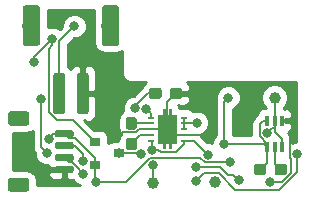
<source format=gbr>
G04 #@! TF.GenerationSoftware,KiCad,Pcbnew,(5.0.0-rc2-200-g1f6f76beb)*
G04 #@! TF.CreationDate,2020-02-24T22:29:59-05:00*
G04 #@! TF.ProjectId,watch-power,77617463682D706F7765722E6B696361,rev?*
G04 #@! TF.SameCoordinates,Original*
G04 #@! TF.FileFunction,Copper,L2,Bot,Signal*
G04 #@! TF.FilePolarity,Positive*
%FSLAX46Y46*%
G04 Gerber Fmt 4.6, Leading zero omitted, Abs format (unit mm)*
G04 Created by KiCad (PCBNEW (5.0.0-rc2-200-g1f6f76beb)) date Mon Feb 24 22:29:59 2020*
%MOMM*%
%LPD*%
G01*
G04 APERTURE LIST*
G04 #@! TA.AperFunction,Conductor*
%ADD10C,0.100000*%
G04 #@! TD*
G04 #@! TA.AperFunction,SMDPad,CuDef*
%ADD11C,0.950000*%
G04 #@! TD*
G04 #@! TA.AperFunction,SMDPad,CuDef*
%ADD12R,0.900000X0.800000*%
G04 #@! TD*
G04 #@! TA.AperFunction,SMDPad,CuDef*
%ADD13C,0.600000*%
G04 #@! TD*
G04 #@! TA.AperFunction,SMDPad,CuDef*
%ADD14C,1.200000*%
G04 #@! TD*
G04 #@! TA.AperFunction,BGAPad,CuDef*
%ADD15C,1.000000*%
G04 #@! TD*
G04 #@! TA.AperFunction,SMDPad,CuDef*
%ADD16R,0.600000X0.240000*%
G04 #@! TD*
G04 #@! TA.AperFunction,SMDPad,CuDef*
%ADD17C,1.650000*%
G04 #@! TD*
G04 #@! TA.AperFunction,ViaPad*
%ADD18C,0.500000*%
G04 #@! TD*
G04 #@! TA.AperFunction,SMDPad,CuDef*
%ADD19R,0.400000X0.900000*%
G04 #@! TD*
G04 #@! TA.AperFunction,SMDPad,CuDef*
%ADD20C,1.000000*%
G04 #@! TD*
G04 #@! TA.AperFunction,SMDPad,CuDef*
%ADD21C,1.500000*%
G04 #@! TD*
G04 #@! TA.AperFunction,ViaPad*
%ADD22C,0.800000*%
G04 #@! TD*
G04 #@! TA.AperFunction,Conductor*
%ADD23C,0.150000*%
G04 #@! TD*
G04 #@! TA.AperFunction,Conductor*
%ADD24C,0.254000*%
G04 #@! TD*
G04 APERTURE END LIST*
D10*
G04 #@! TO.N,+3V3*
G04 #@! TO.C,C3*
G36*
X84181579Y-72322544D02*
X84204634Y-72325963D01*
X84227243Y-72331627D01*
X84249187Y-72339479D01*
X84270257Y-72349444D01*
X84290248Y-72361426D01*
X84308968Y-72375310D01*
X84326238Y-72390962D01*
X84341890Y-72408232D01*
X84355774Y-72426952D01*
X84367756Y-72446943D01*
X84377721Y-72468013D01*
X84385573Y-72489957D01*
X84391237Y-72512566D01*
X84394656Y-72535621D01*
X84395800Y-72558900D01*
X84395800Y-73033900D01*
X84394656Y-73057179D01*
X84391237Y-73080234D01*
X84385573Y-73102843D01*
X84377721Y-73124787D01*
X84367756Y-73145857D01*
X84355774Y-73165848D01*
X84341890Y-73184568D01*
X84326238Y-73201838D01*
X84308968Y-73217490D01*
X84290248Y-73231374D01*
X84270257Y-73243356D01*
X84249187Y-73253321D01*
X84227243Y-73261173D01*
X84204634Y-73266837D01*
X84181579Y-73270256D01*
X84158300Y-73271400D01*
X83583300Y-73271400D01*
X83560021Y-73270256D01*
X83536966Y-73266837D01*
X83514357Y-73261173D01*
X83492413Y-73253321D01*
X83471343Y-73243356D01*
X83451352Y-73231374D01*
X83432632Y-73217490D01*
X83415362Y-73201838D01*
X83399710Y-73184568D01*
X83385826Y-73165848D01*
X83373844Y-73145857D01*
X83363879Y-73124787D01*
X83356027Y-73102843D01*
X83350363Y-73080234D01*
X83346944Y-73057179D01*
X83345800Y-73033900D01*
X83345800Y-72558900D01*
X83346944Y-72535621D01*
X83350363Y-72512566D01*
X83356027Y-72489957D01*
X83363879Y-72468013D01*
X83373844Y-72446943D01*
X83385826Y-72426952D01*
X83399710Y-72408232D01*
X83415362Y-72390962D01*
X83432632Y-72375310D01*
X83451352Y-72361426D01*
X83471343Y-72349444D01*
X83492413Y-72339479D01*
X83514357Y-72331627D01*
X83536966Y-72325963D01*
X83560021Y-72322544D01*
X83583300Y-72321400D01*
X84158300Y-72321400D01*
X84181579Y-72322544D01*
X84181579Y-72322544D01*
G37*
D11*
G04 #@! TD*
G04 #@! TO.P,C3,1*
G04 #@! TO.N,+3V3*
X83870800Y-72796400D03*
D10*
G04 #@! TO.N,GND*
G04 #@! TO.C,C3*
G36*
X85931579Y-72322544D02*
X85954634Y-72325963D01*
X85977243Y-72331627D01*
X85999187Y-72339479D01*
X86020257Y-72349444D01*
X86040248Y-72361426D01*
X86058968Y-72375310D01*
X86076238Y-72390962D01*
X86091890Y-72408232D01*
X86105774Y-72426952D01*
X86117756Y-72446943D01*
X86127721Y-72468013D01*
X86135573Y-72489957D01*
X86141237Y-72512566D01*
X86144656Y-72535621D01*
X86145800Y-72558900D01*
X86145800Y-73033900D01*
X86144656Y-73057179D01*
X86141237Y-73080234D01*
X86135573Y-73102843D01*
X86127721Y-73124787D01*
X86117756Y-73145857D01*
X86105774Y-73165848D01*
X86091890Y-73184568D01*
X86076238Y-73201838D01*
X86058968Y-73217490D01*
X86040248Y-73231374D01*
X86020257Y-73243356D01*
X85999187Y-73253321D01*
X85977243Y-73261173D01*
X85954634Y-73266837D01*
X85931579Y-73270256D01*
X85908300Y-73271400D01*
X85333300Y-73271400D01*
X85310021Y-73270256D01*
X85286966Y-73266837D01*
X85264357Y-73261173D01*
X85242413Y-73253321D01*
X85221343Y-73243356D01*
X85201352Y-73231374D01*
X85182632Y-73217490D01*
X85165362Y-73201838D01*
X85149710Y-73184568D01*
X85135826Y-73165848D01*
X85123844Y-73145857D01*
X85113879Y-73124787D01*
X85106027Y-73102843D01*
X85100363Y-73080234D01*
X85096944Y-73057179D01*
X85095800Y-73033900D01*
X85095800Y-72558900D01*
X85096944Y-72535621D01*
X85100363Y-72512566D01*
X85106027Y-72489957D01*
X85113879Y-72468013D01*
X85123844Y-72446943D01*
X85135826Y-72426952D01*
X85149710Y-72408232D01*
X85165362Y-72390962D01*
X85182632Y-72375310D01*
X85201352Y-72361426D01*
X85221343Y-72349444D01*
X85242413Y-72339479D01*
X85264357Y-72331627D01*
X85286966Y-72325963D01*
X85310021Y-72322544D01*
X85333300Y-72321400D01*
X85908300Y-72321400D01*
X85931579Y-72322544D01*
X85931579Y-72322544D01*
G37*
D11*
G04 #@! TD*
G04 #@! TO.P,C3,2*
G04 #@! TO.N,GND*
X85620800Y-72796400D03*
D12*
G04 #@! TO.P,D1,1*
G04 #@! TO.N,VBUS*
X78772000Y-78826400D03*
G04 #@! TO.P,D1,2*
G04 #@! TO.N,BATTPOW*
X78772000Y-76926400D03*
G04 #@! TO.P,D1,3*
G04 #@! TO.N,VIN*
X80772000Y-77876400D03*
G04 #@! TD*
D10*
G04 #@! TO.N,GND*
G04 #@! TO.C,J1*
G36*
X76807703Y-78924722D02*
X76822264Y-78926882D01*
X76836543Y-78930459D01*
X76850403Y-78935418D01*
X76863710Y-78941712D01*
X76876336Y-78949280D01*
X76888159Y-78958048D01*
X76899066Y-78967934D01*
X76908952Y-78978841D01*
X76917720Y-78990664D01*
X76925288Y-79003290D01*
X76931582Y-79016597D01*
X76936541Y-79030457D01*
X76940118Y-79044736D01*
X76942278Y-79059297D01*
X76943000Y-79074000D01*
X76943000Y-79374000D01*
X76942278Y-79388703D01*
X76940118Y-79403264D01*
X76936541Y-79417543D01*
X76931582Y-79431403D01*
X76925288Y-79444710D01*
X76917720Y-79457336D01*
X76908952Y-79469159D01*
X76899066Y-79480066D01*
X76888159Y-79489952D01*
X76876336Y-79498720D01*
X76863710Y-79506288D01*
X76850403Y-79512582D01*
X76836543Y-79517541D01*
X76822264Y-79521118D01*
X76807703Y-79523278D01*
X76793000Y-79524000D01*
X75543000Y-79524000D01*
X75528297Y-79523278D01*
X75513736Y-79521118D01*
X75499457Y-79517541D01*
X75485597Y-79512582D01*
X75472290Y-79506288D01*
X75459664Y-79498720D01*
X75447841Y-79489952D01*
X75436934Y-79480066D01*
X75427048Y-79469159D01*
X75418280Y-79457336D01*
X75410712Y-79444710D01*
X75404418Y-79431403D01*
X75399459Y-79417543D01*
X75395882Y-79403264D01*
X75393722Y-79388703D01*
X75393000Y-79374000D01*
X75393000Y-79074000D01*
X75393722Y-79059297D01*
X75395882Y-79044736D01*
X75399459Y-79030457D01*
X75404418Y-79016597D01*
X75410712Y-79003290D01*
X75418280Y-78990664D01*
X75427048Y-78978841D01*
X75436934Y-78967934D01*
X75447841Y-78958048D01*
X75459664Y-78949280D01*
X75472290Y-78941712D01*
X75485597Y-78935418D01*
X75499457Y-78930459D01*
X75513736Y-78926882D01*
X75528297Y-78924722D01*
X75543000Y-78924000D01*
X76793000Y-78924000D01*
X76807703Y-78924722D01*
X76807703Y-78924722D01*
G37*
D13*
G04 #@! TD*
G04 #@! TO.P,J1,1*
G04 #@! TO.N,GND*
X76168000Y-79224000D03*
D10*
G04 #@! TO.N,USB_DP*
G04 #@! TO.C,J1*
G36*
X76807703Y-77924722D02*
X76822264Y-77926882D01*
X76836543Y-77930459D01*
X76850403Y-77935418D01*
X76863710Y-77941712D01*
X76876336Y-77949280D01*
X76888159Y-77958048D01*
X76899066Y-77967934D01*
X76908952Y-77978841D01*
X76917720Y-77990664D01*
X76925288Y-78003290D01*
X76931582Y-78016597D01*
X76936541Y-78030457D01*
X76940118Y-78044736D01*
X76942278Y-78059297D01*
X76943000Y-78074000D01*
X76943000Y-78374000D01*
X76942278Y-78388703D01*
X76940118Y-78403264D01*
X76936541Y-78417543D01*
X76931582Y-78431403D01*
X76925288Y-78444710D01*
X76917720Y-78457336D01*
X76908952Y-78469159D01*
X76899066Y-78480066D01*
X76888159Y-78489952D01*
X76876336Y-78498720D01*
X76863710Y-78506288D01*
X76850403Y-78512582D01*
X76836543Y-78517541D01*
X76822264Y-78521118D01*
X76807703Y-78523278D01*
X76793000Y-78524000D01*
X75543000Y-78524000D01*
X75528297Y-78523278D01*
X75513736Y-78521118D01*
X75499457Y-78517541D01*
X75485597Y-78512582D01*
X75472290Y-78506288D01*
X75459664Y-78498720D01*
X75447841Y-78489952D01*
X75436934Y-78480066D01*
X75427048Y-78469159D01*
X75418280Y-78457336D01*
X75410712Y-78444710D01*
X75404418Y-78431403D01*
X75399459Y-78417543D01*
X75395882Y-78403264D01*
X75393722Y-78388703D01*
X75393000Y-78374000D01*
X75393000Y-78074000D01*
X75393722Y-78059297D01*
X75395882Y-78044736D01*
X75399459Y-78030457D01*
X75404418Y-78016597D01*
X75410712Y-78003290D01*
X75418280Y-77990664D01*
X75427048Y-77978841D01*
X75436934Y-77967934D01*
X75447841Y-77958048D01*
X75459664Y-77949280D01*
X75472290Y-77941712D01*
X75485597Y-77935418D01*
X75499457Y-77930459D01*
X75513736Y-77926882D01*
X75528297Y-77924722D01*
X75543000Y-77924000D01*
X76793000Y-77924000D01*
X76807703Y-77924722D01*
X76807703Y-77924722D01*
G37*
D13*
G04 #@! TD*
G04 #@! TO.P,J1,2*
G04 #@! TO.N,USB_DP*
X76168000Y-78224000D03*
D10*
G04 #@! TO.N,USB_DN*
G04 #@! TO.C,J1*
G36*
X76807703Y-76924722D02*
X76822264Y-76926882D01*
X76836543Y-76930459D01*
X76850403Y-76935418D01*
X76863710Y-76941712D01*
X76876336Y-76949280D01*
X76888159Y-76958048D01*
X76899066Y-76967934D01*
X76908952Y-76978841D01*
X76917720Y-76990664D01*
X76925288Y-77003290D01*
X76931582Y-77016597D01*
X76936541Y-77030457D01*
X76940118Y-77044736D01*
X76942278Y-77059297D01*
X76943000Y-77074000D01*
X76943000Y-77374000D01*
X76942278Y-77388703D01*
X76940118Y-77403264D01*
X76936541Y-77417543D01*
X76931582Y-77431403D01*
X76925288Y-77444710D01*
X76917720Y-77457336D01*
X76908952Y-77469159D01*
X76899066Y-77480066D01*
X76888159Y-77489952D01*
X76876336Y-77498720D01*
X76863710Y-77506288D01*
X76850403Y-77512582D01*
X76836543Y-77517541D01*
X76822264Y-77521118D01*
X76807703Y-77523278D01*
X76793000Y-77524000D01*
X75543000Y-77524000D01*
X75528297Y-77523278D01*
X75513736Y-77521118D01*
X75499457Y-77517541D01*
X75485597Y-77512582D01*
X75472290Y-77506288D01*
X75459664Y-77498720D01*
X75447841Y-77489952D01*
X75436934Y-77480066D01*
X75427048Y-77469159D01*
X75418280Y-77457336D01*
X75410712Y-77444710D01*
X75404418Y-77431403D01*
X75399459Y-77417543D01*
X75395882Y-77403264D01*
X75393722Y-77388703D01*
X75393000Y-77374000D01*
X75393000Y-77074000D01*
X75393722Y-77059297D01*
X75395882Y-77044736D01*
X75399459Y-77030457D01*
X75404418Y-77016597D01*
X75410712Y-77003290D01*
X75418280Y-76990664D01*
X75427048Y-76978841D01*
X75436934Y-76967934D01*
X75447841Y-76958048D01*
X75459664Y-76949280D01*
X75472290Y-76941712D01*
X75485597Y-76935418D01*
X75499457Y-76930459D01*
X75513736Y-76926882D01*
X75528297Y-76924722D01*
X75543000Y-76924000D01*
X76793000Y-76924000D01*
X76807703Y-76924722D01*
X76807703Y-76924722D01*
G37*
D13*
G04 #@! TD*
G04 #@! TO.P,J1,3*
G04 #@! TO.N,USB_DN*
X76168000Y-77224000D03*
D10*
G04 #@! TO.N,VBUS*
G04 #@! TO.C,J1*
G36*
X76807703Y-75924722D02*
X76822264Y-75926882D01*
X76836543Y-75930459D01*
X76850403Y-75935418D01*
X76863710Y-75941712D01*
X76876336Y-75949280D01*
X76888159Y-75958048D01*
X76899066Y-75967934D01*
X76908952Y-75978841D01*
X76917720Y-75990664D01*
X76925288Y-76003290D01*
X76931582Y-76016597D01*
X76936541Y-76030457D01*
X76940118Y-76044736D01*
X76942278Y-76059297D01*
X76943000Y-76074000D01*
X76943000Y-76374000D01*
X76942278Y-76388703D01*
X76940118Y-76403264D01*
X76936541Y-76417543D01*
X76931582Y-76431403D01*
X76925288Y-76444710D01*
X76917720Y-76457336D01*
X76908952Y-76469159D01*
X76899066Y-76480066D01*
X76888159Y-76489952D01*
X76876336Y-76498720D01*
X76863710Y-76506288D01*
X76850403Y-76512582D01*
X76836543Y-76517541D01*
X76822264Y-76521118D01*
X76807703Y-76523278D01*
X76793000Y-76524000D01*
X75543000Y-76524000D01*
X75528297Y-76523278D01*
X75513736Y-76521118D01*
X75499457Y-76517541D01*
X75485597Y-76512582D01*
X75472290Y-76506288D01*
X75459664Y-76498720D01*
X75447841Y-76489952D01*
X75436934Y-76480066D01*
X75427048Y-76469159D01*
X75418280Y-76457336D01*
X75410712Y-76444710D01*
X75404418Y-76431403D01*
X75399459Y-76417543D01*
X75395882Y-76403264D01*
X75393722Y-76388703D01*
X75393000Y-76374000D01*
X75393000Y-76074000D01*
X75393722Y-76059297D01*
X75395882Y-76044736D01*
X75399459Y-76030457D01*
X75404418Y-76016597D01*
X75410712Y-76003290D01*
X75418280Y-75990664D01*
X75427048Y-75978841D01*
X75436934Y-75967934D01*
X75447841Y-75958048D01*
X75459664Y-75949280D01*
X75472290Y-75941712D01*
X75485597Y-75935418D01*
X75499457Y-75930459D01*
X75513736Y-75926882D01*
X75528297Y-75924722D01*
X75543000Y-75924000D01*
X76793000Y-75924000D01*
X76807703Y-75924722D01*
X76807703Y-75924722D01*
G37*
D13*
G04 #@! TD*
G04 #@! TO.P,J1,4*
G04 #@! TO.N,VBUS*
X76168000Y-76224000D03*
D10*
G04 #@! TO.N,N/C*
G04 #@! TO.C,J1*
G36*
X72967505Y-79925204D02*
X72991773Y-79928804D01*
X73015572Y-79934765D01*
X73038671Y-79943030D01*
X73060850Y-79953520D01*
X73081893Y-79966132D01*
X73101599Y-79980747D01*
X73119777Y-79997223D01*
X73136253Y-80015401D01*
X73150868Y-80035107D01*
X73163480Y-80056150D01*
X73173970Y-80078329D01*
X73182235Y-80101428D01*
X73188196Y-80125227D01*
X73191796Y-80149495D01*
X73193000Y-80173999D01*
X73193000Y-80874001D01*
X73191796Y-80898505D01*
X73188196Y-80922773D01*
X73182235Y-80946572D01*
X73173970Y-80969671D01*
X73163480Y-80991850D01*
X73150868Y-81012893D01*
X73136253Y-81032599D01*
X73119777Y-81050777D01*
X73101599Y-81067253D01*
X73081893Y-81081868D01*
X73060850Y-81094480D01*
X73038671Y-81104970D01*
X73015572Y-81113235D01*
X72991773Y-81119196D01*
X72967505Y-81122796D01*
X72943001Y-81124000D01*
X71642999Y-81124000D01*
X71618495Y-81122796D01*
X71594227Y-81119196D01*
X71570428Y-81113235D01*
X71547329Y-81104970D01*
X71525150Y-81094480D01*
X71504107Y-81081868D01*
X71484401Y-81067253D01*
X71466223Y-81050777D01*
X71449747Y-81032599D01*
X71435132Y-81012893D01*
X71422520Y-80991850D01*
X71412030Y-80969671D01*
X71403765Y-80946572D01*
X71397804Y-80922773D01*
X71394204Y-80898505D01*
X71393000Y-80874001D01*
X71393000Y-80173999D01*
X71394204Y-80149495D01*
X71397804Y-80125227D01*
X71403765Y-80101428D01*
X71412030Y-80078329D01*
X71422520Y-80056150D01*
X71435132Y-80035107D01*
X71449747Y-80015401D01*
X71466223Y-79997223D01*
X71484401Y-79980747D01*
X71504107Y-79966132D01*
X71525150Y-79953520D01*
X71547329Y-79943030D01*
X71570428Y-79934765D01*
X71594227Y-79928804D01*
X71618495Y-79925204D01*
X71642999Y-79924000D01*
X72943001Y-79924000D01*
X72967505Y-79925204D01*
X72967505Y-79925204D01*
G37*
D14*
G04 #@! TD*
G04 #@! TO.P,J1,MP*
G04 #@! TO.N,N/C*
X72293000Y-80524000D03*
D10*
G04 #@! TO.N,N/C*
G04 #@! TO.C,J1*
G36*
X72967505Y-74325204D02*
X72991773Y-74328804D01*
X73015572Y-74334765D01*
X73038671Y-74343030D01*
X73060850Y-74353520D01*
X73081893Y-74366132D01*
X73101599Y-74380747D01*
X73119777Y-74397223D01*
X73136253Y-74415401D01*
X73150868Y-74435107D01*
X73163480Y-74456150D01*
X73173970Y-74478329D01*
X73182235Y-74501428D01*
X73188196Y-74525227D01*
X73191796Y-74549495D01*
X73193000Y-74573999D01*
X73193000Y-75274001D01*
X73191796Y-75298505D01*
X73188196Y-75322773D01*
X73182235Y-75346572D01*
X73173970Y-75369671D01*
X73163480Y-75391850D01*
X73150868Y-75412893D01*
X73136253Y-75432599D01*
X73119777Y-75450777D01*
X73101599Y-75467253D01*
X73081893Y-75481868D01*
X73060850Y-75494480D01*
X73038671Y-75504970D01*
X73015572Y-75513235D01*
X72991773Y-75519196D01*
X72967505Y-75522796D01*
X72943001Y-75524000D01*
X71642999Y-75524000D01*
X71618495Y-75522796D01*
X71594227Y-75519196D01*
X71570428Y-75513235D01*
X71547329Y-75504970D01*
X71525150Y-75494480D01*
X71504107Y-75481868D01*
X71484401Y-75467253D01*
X71466223Y-75450777D01*
X71449747Y-75432599D01*
X71435132Y-75412893D01*
X71422520Y-75391850D01*
X71412030Y-75369671D01*
X71403765Y-75346572D01*
X71397804Y-75322773D01*
X71394204Y-75298505D01*
X71393000Y-75274001D01*
X71393000Y-74573999D01*
X71394204Y-74549495D01*
X71397804Y-74525227D01*
X71403765Y-74501428D01*
X71412030Y-74478329D01*
X71422520Y-74456150D01*
X71435132Y-74435107D01*
X71449747Y-74415401D01*
X71466223Y-74397223D01*
X71484401Y-74380747D01*
X71504107Y-74366132D01*
X71525150Y-74353520D01*
X71547329Y-74343030D01*
X71570428Y-74334765D01*
X71594227Y-74328804D01*
X71618495Y-74325204D01*
X71642999Y-74324000D01*
X72943001Y-74324000D01*
X72967505Y-74325204D01*
X72967505Y-74325204D01*
G37*
D14*
G04 #@! TD*
G04 #@! TO.P,J1,MP*
G04 #@! TO.N,N/C*
X72293000Y-74924000D03*
D10*
G04 #@! TO.N,Net-(L1-Pad1)*
G04 #@! TO.C,L1*
G36*
X82099579Y-74812544D02*
X82122634Y-74815963D01*
X82145243Y-74821627D01*
X82167187Y-74829479D01*
X82188257Y-74839444D01*
X82208248Y-74851426D01*
X82226968Y-74865310D01*
X82244238Y-74880962D01*
X82259890Y-74898232D01*
X82273774Y-74916952D01*
X82285756Y-74936943D01*
X82295721Y-74958013D01*
X82303573Y-74979957D01*
X82309237Y-75002566D01*
X82312656Y-75025621D01*
X82313800Y-75048900D01*
X82313800Y-75623900D01*
X82312656Y-75647179D01*
X82309237Y-75670234D01*
X82303573Y-75692843D01*
X82295721Y-75714787D01*
X82285756Y-75735857D01*
X82273774Y-75755848D01*
X82259890Y-75774568D01*
X82244238Y-75791838D01*
X82226968Y-75807490D01*
X82208248Y-75821374D01*
X82188257Y-75833356D01*
X82167187Y-75843321D01*
X82145243Y-75851173D01*
X82122634Y-75856837D01*
X82099579Y-75860256D01*
X82076300Y-75861400D01*
X81601300Y-75861400D01*
X81578021Y-75860256D01*
X81554966Y-75856837D01*
X81532357Y-75851173D01*
X81510413Y-75843321D01*
X81489343Y-75833356D01*
X81469352Y-75821374D01*
X81450632Y-75807490D01*
X81433362Y-75791838D01*
X81417710Y-75774568D01*
X81403826Y-75755848D01*
X81391844Y-75735857D01*
X81381879Y-75714787D01*
X81374027Y-75692843D01*
X81368363Y-75670234D01*
X81364944Y-75647179D01*
X81363800Y-75623900D01*
X81363800Y-75048900D01*
X81364944Y-75025621D01*
X81368363Y-75002566D01*
X81374027Y-74979957D01*
X81381879Y-74958013D01*
X81391844Y-74936943D01*
X81403826Y-74916952D01*
X81417710Y-74898232D01*
X81433362Y-74880962D01*
X81450632Y-74865310D01*
X81469352Y-74851426D01*
X81489343Y-74839444D01*
X81510413Y-74829479D01*
X81532357Y-74821627D01*
X81554966Y-74815963D01*
X81578021Y-74812544D01*
X81601300Y-74811400D01*
X82076300Y-74811400D01*
X82099579Y-74812544D01*
X82099579Y-74812544D01*
G37*
D11*
G04 #@! TD*
G04 #@! TO.P,L1,1*
G04 #@! TO.N,Net-(L1-Pad1)*
X81838800Y-75336400D03*
D10*
G04 #@! TO.N,Net-(L1-Pad2)*
G04 #@! TO.C,L1*
G36*
X82099579Y-76562544D02*
X82122634Y-76565963D01*
X82145243Y-76571627D01*
X82167187Y-76579479D01*
X82188257Y-76589444D01*
X82208248Y-76601426D01*
X82226968Y-76615310D01*
X82244238Y-76630962D01*
X82259890Y-76648232D01*
X82273774Y-76666952D01*
X82285756Y-76686943D01*
X82295721Y-76708013D01*
X82303573Y-76729957D01*
X82309237Y-76752566D01*
X82312656Y-76775621D01*
X82313800Y-76798900D01*
X82313800Y-77373900D01*
X82312656Y-77397179D01*
X82309237Y-77420234D01*
X82303573Y-77442843D01*
X82295721Y-77464787D01*
X82285756Y-77485857D01*
X82273774Y-77505848D01*
X82259890Y-77524568D01*
X82244238Y-77541838D01*
X82226968Y-77557490D01*
X82208248Y-77571374D01*
X82188257Y-77583356D01*
X82167187Y-77593321D01*
X82145243Y-77601173D01*
X82122634Y-77606837D01*
X82099579Y-77610256D01*
X82076300Y-77611400D01*
X81601300Y-77611400D01*
X81578021Y-77610256D01*
X81554966Y-77606837D01*
X81532357Y-77601173D01*
X81510413Y-77593321D01*
X81489343Y-77583356D01*
X81469352Y-77571374D01*
X81450632Y-77557490D01*
X81433362Y-77541838D01*
X81417710Y-77524568D01*
X81403826Y-77505848D01*
X81391844Y-77485857D01*
X81381879Y-77464787D01*
X81374027Y-77442843D01*
X81368363Y-77420234D01*
X81364944Y-77397179D01*
X81363800Y-77373900D01*
X81363800Y-76798900D01*
X81364944Y-76775621D01*
X81368363Y-76752566D01*
X81374027Y-76729957D01*
X81381879Y-76708013D01*
X81391844Y-76686943D01*
X81403826Y-76666952D01*
X81417710Y-76648232D01*
X81433362Y-76630962D01*
X81450632Y-76615310D01*
X81469352Y-76601426D01*
X81489343Y-76589444D01*
X81510413Y-76579479D01*
X81532357Y-76571627D01*
X81554966Y-76565963D01*
X81578021Y-76562544D01*
X81601300Y-76561400D01*
X82076300Y-76561400D01*
X82099579Y-76562544D01*
X82099579Y-76562544D01*
G37*
D11*
G04 #@! TD*
G04 #@! TO.P,L1,2*
G04 #@! TO.N,Net-(L1-Pad2)*
X81838800Y-77086400D03*
D10*
G04 #@! TO.N,Net-(L2-Pad2)*
G04 #@! TO.C,L2*
G36*
X94798779Y-78774144D02*
X94821834Y-78777563D01*
X94844443Y-78783227D01*
X94866387Y-78791079D01*
X94887457Y-78801044D01*
X94907448Y-78813026D01*
X94926168Y-78826910D01*
X94943438Y-78842562D01*
X94959090Y-78859832D01*
X94972974Y-78878552D01*
X94984956Y-78898543D01*
X94994921Y-78919613D01*
X95002773Y-78941557D01*
X95008437Y-78964166D01*
X95011856Y-78987221D01*
X95013000Y-79010500D01*
X95013000Y-79485500D01*
X95011856Y-79508779D01*
X95008437Y-79531834D01*
X95002773Y-79554443D01*
X94994921Y-79576387D01*
X94984956Y-79597457D01*
X94972974Y-79617448D01*
X94959090Y-79636168D01*
X94943438Y-79653438D01*
X94926168Y-79669090D01*
X94907448Y-79682974D01*
X94887457Y-79694956D01*
X94866387Y-79704921D01*
X94844443Y-79712773D01*
X94821834Y-79718437D01*
X94798779Y-79721856D01*
X94775500Y-79723000D01*
X94200500Y-79723000D01*
X94177221Y-79721856D01*
X94154166Y-79718437D01*
X94131557Y-79712773D01*
X94109613Y-79704921D01*
X94088543Y-79694956D01*
X94068552Y-79682974D01*
X94049832Y-79669090D01*
X94032562Y-79653438D01*
X94016910Y-79636168D01*
X94003026Y-79617448D01*
X93991044Y-79597457D01*
X93981079Y-79576387D01*
X93973227Y-79554443D01*
X93967563Y-79531834D01*
X93964144Y-79508779D01*
X93963000Y-79485500D01*
X93963000Y-79010500D01*
X93964144Y-78987221D01*
X93967563Y-78964166D01*
X93973227Y-78941557D01*
X93981079Y-78919613D01*
X93991044Y-78898543D01*
X94003026Y-78878552D01*
X94016910Y-78859832D01*
X94032562Y-78842562D01*
X94049832Y-78826910D01*
X94068552Y-78813026D01*
X94088543Y-78801044D01*
X94109613Y-78791079D01*
X94131557Y-78783227D01*
X94154166Y-78777563D01*
X94177221Y-78774144D01*
X94200500Y-78773000D01*
X94775500Y-78773000D01*
X94798779Y-78774144D01*
X94798779Y-78774144D01*
G37*
D11*
G04 #@! TD*
G04 #@! TO.P,L2,2*
G04 #@! TO.N,Net-(L2-Pad2)*
X94488000Y-79248000D03*
D10*
G04 #@! TO.N,VIN*
G04 #@! TO.C,L2*
G36*
X93048779Y-78774144D02*
X93071834Y-78777563D01*
X93094443Y-78783227D01*
X93116387Y-78791079D01*
X93137457Y-78801044D01*
X93157448Y-78813026D01*
X93176168Y-78826910D01*
X93193438Y-78842562D01*
X93209090Y-78859832D01*
X93222974Y-78878552D01*
X93234956Y-78898543D01*
X93244921Y-78919613D01*
X93252773Y-78941557D01*
X93258437Y-78964166D01*
X93261856Y-78987221D01*
X93263000Y-79010500D01*
X93263000Y-79485500D01*
X93261856Y-79508779D01*
X93258437Y-79531834D01*
X93252773Y-79554443D01*
X93244921Y-79576387D01*
X93234956Y-79597457D01*
X93222974Y-79617448D01*
X93209090Y-79636168D01*
X93193438Y-79653438D01*
X93176168Y-79669090D01*
X93157448Y-79682974D01*
X93137457Y-79694956D01*
X93116387Y-79704921D01*
X93094443Y-79712773D01*
X93071834Y-79718437D01*
X93048779Y-79721856D01*
X93025500Y-79723000D01*
X92450500Y-79723000D01*
X92427221Y-79721856D01*
X92404166Y-79718437D01*
X92381557Y-79712773D01*
X92359613Y-79704921D01*
X92338543Y-79694956D01*
X92318552Y-79682974D01*
X92299832Y-79669090D01*
X92282562Y-79653438D01*
X92266910Y-79636168D01*
X92253026Y-79617448D01*
X92241044Y-79597457D01*
X92231079Y-79576387D01*
X92223227Y-79554443D01*
X92217563Y-79531834D01*
X92214144Y-79508779D01*
X92213000Y-79485500D01*
X92213000Y-79010500D01*
X92214144Y-78987221D01*
X92217563Y-78964166D01*
X92223227Y-78941557D01*
X92231079Y-78919613D01*
X92241044Y-78898543D01*
X92253026Y-78878552D01*
X92266910Y-78859832D01*
X92282562Y-78842562D01*
X92299832Y-78826910D01*
X92318552Y-78813026D01*
X92338543Y-78801044D01*
X92359613Y-78791079D01*
X92381557Y-78783227D01*
X92404166Y-78777563D01*
X92427221Y-78774144D01*
X92450500Y-78773000D01*
X93025500Y-78773000D01*
X93048779Y-78774144D01*
X93048779Y-78774144D01*
G37*
D11*
G04 #@! TD*
G04 #@! TO.P,L2,1*
G04 #@! TO.N,VIN*
X92738000Y-79248000D03*
D15*
G04 #@! TO.P,TP1,1*
G04 #@! TO.N,VIN*
X83667600Y-80365600D03*
G04 #@! TD*
D16*
G04 #@! TO.P,U3,1*
G04 #@! TO.N,+3V3*
X83486800Y-76844400D03*
G04 #@! TO.P,U3,2*
G04 #@! TO.N,Net-(L1-Pad2)*
X83486800Y-76344400D03*
G04 #@! TO.P,U3,3*
G04 #@! TO.N,GND*
X83486800Y-75844400D03*
G04 #@! TO.P,U3,4*
G04 #@! TO.N,Net-(L1-Pad1)*
X83486800Y-75344400D03*
G04 #@! TO.P,U3,5*
G04 #@! TO.N,VIN*
X83486800Y-74844400D03*
G04 #@! TO.P,U3,6*
G04 #@! TO.N,Net-(R3-Pad2)*
X86286800Y-74844400D03*
G04 #@! TO.P,U3,7*
X86286800Y-75344400D03*
G04 #@! TO.P,U3,8*
X86286800Y-75844400D03*
G04 #@! TO.P,U3,9*
G04 #@! TO.N,GND*
X86286800Y-76344400D03*
G04 #@! TO.P,U3,10*
G04 #@! TO.N,+3V3*
X86286800Y-76844400D03*
D17*
G04 #@! TO.P,U3,11*
G04 #@! TO.N,GND*
X84886800Y-75844400D03*
D10*
G04 #@! TD*
G04 #@! TO.N,GND*
G04 #@! TO.C,U3*
G36*
X84761800Y-74644400D02*
X85011800Y-74644400D01*
X85011800Y-74144400D01*
X85261800Y-74144400D01*
X85261800Y-74644400D01*
X85711800Y-74644400D01*
X85711800Y-77044400D01*
X85261800Y-77044400D01*
X85261800Y-77544400D01*
X85011800Y-77544400D01*
X85011800Y-77044400D01*
X84761800Y-77044400D01*
X84761800Y-77544400D01*
X84511800Y-77544400D01*
X84511800Y-77044400D01*
X84061800Y-77044400D01*
X84061800Y-74644400D01*
X84511800Y-74644400D01*
X84511800Y-74144400D01*
X84761800Y-74144400D01*
X84761800Y-74644400D01*
X84761800Y-74644400D01*
G37*
D18*
G04 #@! TO.N,GND*
G04 #@! TO.C,U3*
X84886800Y-74894400D03*
X84311800Y-75844400D03*
X85461800Y-75844400D03*
X84886800Y-76794400D03*
G04 #@! TD*
D19*
G04 #@! TO.P,U4,1*
G04 #@! TO.N,VIN*
X93330000Y-75100000D03*
G04 #@! TO.P,U4,3*
G04 #@! TO.N,GND*
X94630000Y-75100000D03*
G04 #@! TO.P,U4,5*
G04 #@! TO.N,Net-(L2-Pad2)*
X93980000Y-77300000D03*
G04 #@! TO.P,U4,2*
G04 #@! TO.N,+5V*
X93980000Y-75100000D03*
G04 #@! TO.P,U4,4*
X94630000Y-77300000D03*
G04 #@! TO.P,U4,6*
G04 #@! TO.N,VIN*
X93330000Y-77300000D03*
G04 #@! TD*
D15*
G04 #@! TO.P,TP2,1*
G04 #@! TO.N,+3V3*
X88900000Y-80264000D03*
G04 #@! TD*
G04 #@! TO.P,TP3,1*
G04 #@! TO.N,+5V*
X93980000Y-73152000D03*
G04 #@! TD*
D10*
G04 #@! TO.N,+BATT*
G04 #@! TO.C,BT1*
G36*
X75998504Y-71057204D02*
X76022773Y-71060804D01*
X76046571Y-71066765D01*
X76069671Y-71075030D01*
X76091849Y-71085520D01*
X76112893Y-71098133D01*
X76132598Y-71112747D01*
X76150777Y-71129223D01*
X76167253Y-71147402D01*
X76181867Y-71167107D01*
X76194480Y-71188151D01*
X76204970Y-71210329D01*
X76213235Y-71233429D01*
X76219196Y-71257227D01*
X76222796Y-71281496D01*
X76224000Y-71306000D01*
X76224000Y-74306000D01*
X76222796Y-74330504D01*
X76219196Y-74354773D01*
X76213235Y-74378571D01*
X76204970Y-74401671D01*
X76194480Y-74423849D01*
X76181867Y-74444893D01*
X76167253Y-74464598D01*
X76150777Y-74482777D01*
X76132598Y-74499253D01*
X76112893Y-74513867D01*
X76091849Y-74526480D01*
X76069671Y-74536970D01*
X76046571Y-74545235D01*
X76022773Y-74551196D01*
X75998504Y-74554796D01*
X75974000Y-74556000D01*
X75474000Y-74556000D01*
X75449496Y-74554796D01*
X75425227Y-74551196D01*
X75401429Y-74545235D01*
X75378329Y-74536970D01*
X75356151Y-74526480D01*
X75335107Y-74513867D01*
X75315402Y-74499253D01*
X75297223Y-74482777D01*
X75280747Y-74464598D01*
X75266133Y-74444893D01*
X75253520Y-74423849D01*
X75243030Y-74401671D01*
X75234765Y-74378571D01*
X75228804Y-74354773D01*
X75225204Y-74330504D01*
X75224000Y-74306000D01*
X75224000Y-71306000D01*
X75225204Y-71281496D01*
X75228804Y-71257227D01*
X75234765Y-71233429D01*
X75243030Y-71210329D01*
X75253520Y-71188151D01*
X75266133Y-71167107D01*
X75280747Y-71147402D01*
X75297223Y-71129223D01*
X75315402Y-71112747D01*
X75335107Y-71098133D01*
X75356151Y-71085520D01*
X75378329Y-71075030D01*
X75401429Y-71066765D01*
X75425227Y-71060804D01*
X75449496Y-71057204D01*
X75474000Y-71056000D01*
X75974000Y-71056000D01*
X75998504Y-71057204D01*
X75998504Y-71057204D01*
G37*
D20*
G04 #@! TD*
G04 #@! TO.P,BT1,1*
G04 #@! TO.N,+BATT*
X75724000Y-72806000D03*
D10*
G04 #@! TO.N,GND*
G04 #@! TO.C,BT1*
G36*
X77998504Y-71057204D02*
X78022773Y-71060804D01*
X78046571Y-71066765D01*
X78069671Y-71075030D01*
X78091849Y-71085520D01*
X78112893Y-71098133D01*
X78132598Y-71112747D01*
X78150777Y-71129223D01*
X78167253Y-71147402D01*
X78181867Y-71167107D01*
X78194480Y-71188151D01*
X78204970Y-71210329D01*
X78213235Y-71233429D01*
X78219196Y-71257227D01*
X78222796Y-71281496D01*
X78224000Y-71306000D01*
X78224000Y-74306000D01*
X78222796Y-74330504D01*
X78219196Y-74354773D01*
X78213235Y-74378571D01*
X78204970Y-74401671D01*
X78194480Y-74423849D01*
X78181867Y-74444893D01*
X78167253Y-74464598D01*
X78150777Y-74482777D01*
X78132598Y-74499253D01*
X78112893Y-74513867D01*
X78091849Y-74526480D01*
X78069671Y-74536970D01*
X78046571Y-74545235D01*
X78022773Y-74551196D01*
X77998504Y-74554796D01*
X77974000Y-74556000D01*
X77474000Y-74556000D01*
X77449496Y-74554796D01*
X77425227Y-74551196D01*
X77401429Y-74545235D01*
X77378329Y-74536970D01*
X77356151Y-74526480D01*
X77335107Y-74513867D01*
X77315402Y-74499253D01*
X77297223Y-74482777D01*
X77280747Y-74464598D01*
X77266133Y-74444893D01*
X77253520Y-74423849D01*
X77243030Y-74401671D01*
X77234765Y-74378571D01*
X77228804Y-74354773D01*
X77225204Y-74330504D01*
X77224000Y-74306000D01*
X77224000Y-71306000D01*
X77225204Y-71281496D01*
X77228804Y-71257227D01*
X77234765Y-71233429D01*
X77243030Y-71210329D01*
X77253520Y-71188151D01*
X77266133Y-71167107D01*
X77280747Y-71147402D01*
X77297223Y-71129223D01*
X77315402Y-71112747D01*
X77335107Y-71098133D01*
X77356151Y-71085520D01*
X77378329Y-71075030D01*
X77401429Y-71066765D01*
X77425227Y-71060804D01*
X77449496Y-71057204D01*
X77474000Y-71056000D01*
X77974000Y-71056000D01*
X77998504Y-71057204D01*
X77998504Y-71057204D01*
G37*
D20*
G04 #@! TD*
G04 #@! TO.P,BT1,2*
G04 #@! TO.N,GND*
X77724000Y-72806000D03*
D10*
G04 #@! TO.N,N/C*
G04 #@! TO.C,BT1*
G36*
X73898504Y-65357204D02*
X73922773Y-65360804D01*
X73946571Y-65366765D01*
X73969671Y-65375030D01*
X73991849Y-65385520D01*
X74012893Y-65398133D01*
X74032598Y-65412747D01*
X74050777Y-65429223D01*
X74067253Y-65447402D01*
X74081867Y-65467107D01*
X74094480Y-65488151D01*
X74104970Y-65510329D01*
X74113235Y-65533429D01*
X74119196Y-65557227D01*
X74122796Y-65581496D01*
X74124000Y-65606000D01*
X74124000Y-68506000D01*
X74122796Y-68530504D01*
X74119196Y-68554773D01*
X74113235Y-68578571D01*
X74104970Y-68601671D01*
X74094480Y-68623849D01*
X74081867Y-68644893D01*
X74067253Y-68664598D01*
X74050777Y-68682777D01*
X74032598Y-68699253D01*
X74012893Y-68713867D01*
X73991849Y-68726480D01*
X73969671Y-68736970D01*
X73946571Y-68745235D01*
X73922773Y-68751196D01*
X73898504Y-68754796D01*
X73874000Y-68756000D01*
X72874000Y-68756000D01*
X72849496Y-68754796D01*
X72825227Y-68751196D01*
X72801429Y-68745235D01*
X72778329Y-68736970D01*
X72756151Y-68726480D01*
X72735107Y-68713867D01*
X72715402Y-68699253D01*
X72697223Y-68682777D01*
X72680747Y-68664598D01*
X72666133Y-68644893D01*
X72653520Y-68623849D01*
X72643030Y-68601671D01*
X72634765Y-68578571D01*
X72628804Y-68554773D01*
X72625204Y-68530504D01*
X72624000Y-68506000D01*
X72624000Y-65606000D01*
X72625204Y-65581496D01*
X72628804Y-65557227D01*
X72634765Y-65533429D01*
X72643030Y-65510329D01*
X72653520Y-65488151D01*
X72666133Y-65467107D01*
X72680747Y-65447402D01*
X72697223Y-65429223D01*
X72715402Y-65412747D01*
X72735107Y-65398133D01*
X72756151Y-65385520D01*
X72778329Y-65375030D01*
X72801429Y-65366765D01*
X72825227Y-65360804D01*
X72849496Y-65357204D01*
X72874000Y-65356000D01*
X73874000Y-65356000D01*
X73898504Y-65357204D01*
X73898504Y-65357204D01*
G37*
D21*
G04 #@! TD*
G04 #@! TO.P,BT1,MP*
G04 #@! TO.N,N/C*
X73374000Y-67056000D03*
D10*
G04 #@! TO.N,N/C*
G04 #@! TO.C,BT1*
G36*
X80598504Y-65357204D02*
X80622773Y-65360804D01*
X80646571Y-65366765D01*
X80669671Y-65375030D01*
X80691849Y-65385520D01*
X80712893Y-65398133D01*
X80732598Y-65412747D01*
X80750777Y-65429223D01*
X80767253Y-65447402D01*
X80781867Y-65467107D01*
X80794480Y-65488151D01*
X80804970Y-65510329D01*
X80813235Y-65533429D01*
X80819196Y-65557227D01*
X80822796Y-65581496D01*
X80824000Y-65606000D01*
X80824000Y-68506000D01*
X80822796Y-68530504D01*
X80819196Y-68554773D01*
X80813235Y-68578571D01*
X80804970Y-68601671D01*
X80794480Y-68623849D01*
X80781867Y-68644893D01*
X80767253Y-68664598D01*
X80750777Y-68682777D01*
X80732598Y-68699253D01*
X80712893Y-68713867D01*
X80691849Y-68726480D01*
X80669671Y-68736970D01*
X80646571Y-68745235D01*
X80622773Y-68751196D01*
X80598504Y-68754796D01*
X80574000Y-68756000D01*
X79574000Y-68756000D01*
X79549496Y-68754796D01*
X79525227Y-68751196D01*
X79501429Y-68745235D01*
X79478329Y-68736970D01*
X79456151Y-68726480D01*
X79435107Y-68713867D01*
X79415402Y-68699253D01*
X79397223Y-68682777D01*
X79380747Y-68664598D01*
X79366133Y-68644893D01*
X79353520Y-68623849D01*
X79343030Y-68601671D01*
X79334765Y-68578571D01*
X79328804Y-68554773D01*
X79325204Y-68530504D01*
X79324000Y-68506000D01*
X79324000Y-65606000D01*
X79325204Y-65581496D01*
X79328804Y-65557227D01*
X79334765Y-65533429D01*
X79343030Y-65510329D01*
X79353520Y-65488151D01*
X79366133Y-65467107D01*
X79380747Y-65447402D01*
X79397223Y-65429223D01*
X79415402Y-65412747D01*
X79435107Y-65398133D01*
X79456151Y-65385520D01*
X79478329Y-65375030D01*
X79501429Y-65366765D01*
X79525227Y-65360804D01*
X79549496Y-65357204D01*
X79574000Y-65356000D01*
X80574000Y-65356000D01*
X80598504Y-65357204D01*
X80598504Y-65357204D01*
G37*
D21*
G04 #@! TD*
G04 #@! TO.P,BT1,MP*
G04 #@! TO.N,N/C*
X80074000Y-67056000D03*
D22*
G04 #@! TO.N,+BATT*
X77012800Y-67106800D03*
X74676000Y-77825600D03*
X74218800Y-73253600D03*
X75724000Y-72867228D03*
G04 #@! TO.N,GND*
X73660000Y-78824000D03*
X92354400Y-72440800D03*
X88290400Y-76228000D03*
X77724000Y-73017038D03*
X85620800Y-72796400D03*
X77368400Y-68427600D03*
X93573600Y-80314800D03*
G04 #@! TO.N,VIN*
X90057000Y-73152000D03*
X83091018Y-74085767D03*
X82683936Y-77924425D03*
X80772000Y-77876400D03*
X89713976Y-77063600D03*
X83680801Y-78892400D03*
G04 #@! TO.N,+3V3*
X88900000Y-80264000D03*
X82143600Y-74015600D03*
X83566000Y-77571600D03*
X88290400Y-77978000D03*
G04 #@! TO.N,VBUS*
X78841600Y-80264000D03*
X74843810Y-76624000D03*
X90231962Y-78641010D03*
G04 #@! TO.N,BATTPOW*
X75133200Y-68173600D03*
X73558400Y-70104000D03*
G04 #@! TO.N,USB_DP*
X95895000Y-77927200D03*
X77781815Y-79586766D03*
X87345498Y-80192017D03*
G04 #@! TO.N,USB_DN*
X77771997Y-78517616D03*
X90932000Y-80162400D03*
X87336683Y-79049506D03*
G04 #@! TO.N,Net-(R3-Pad2)*
X87376000Y-75285600D03*
G04 #@! TO.N,+5V*
X93323188Y-76133790D03*
G04 #@! TD*
D23*
G04 #@! TO.N,+BATT*
X74218800Y-77368400D02*
X74218800Y-73253600D01*
X74676000Y-77825600D02*
X74218800Y-77368400D01*
X75724000Y-68395600D02*
X75724000Y-72867130D01*
X75724000Y-68395600D02*
X75724000Y-72867078D01*
X75724000Y-68395600D02*
X75724000Y-72867206D01*
X75724000Y-68395600D02*
X75724000Y-72867036D01*
X75724000Y-68395600D02*
X75724000Y-72867160D01*
X75724000Y-68395600D02*
X75724000Y-72867194D01*
X75724000Y-68395600D02*
X75724000Y-72867128D01*
X75724000Y-68395600D02*
X75724000Y-72867104D01*
X75724000Y-68395600D02*
X75724000Y-72867096D01*
X75724000Y-68395600D02*
X75724000Y-72867026D01*
X75724000Y-68395600D02*
X75724000Y-72867052D01*
X75724000Y-68395600D02*
X75724000Y-72867152D01*
X75724000Y-68395600D02*
X75724000Y-72867034D01*
X75724000Y-68395600D02*
X75724000Y-72867164D01*
X75724000Y-68395600D02*
X75724000Y-72867182D01*
X75724000Y-68395600D02*
X75724000Y-72867070D01*
X75724000Y-68395600D02*
X75724000Y-72867120D01*
X75724000Y-68395600D02*
X75724000Y-72867106D01*
X75724000Y-68395600D02*
X75724000Y-72867072D01*
X75724000Y-68395600D02*
X75724000Y-72867192D01*
X75724000Y-68395600D02*
X75724000Y-72867186D01*
X75724000Y-68395600D02*
X75724000Y-72301337D01*
X75724000Y-68395600D02*
X75724000Y-72867040D01*
X75724000Y-68395600D02*
X75724000Y-72867076D01*
X75724000Y-68395600D02*
X75724000Y-72867208D01*
X75724000Y-68395600D02*
X75724000Y-72867196D01*
X75724000Y-72301337D02*
X75724000Y-72867022D01*
X75724000Y-68395600D02*
X75724000Y-72867056D01*
X75724000Y-68395600D02*
X75724000Y-72867058D01*
X75724000Y-68395600D02*
X75724000Y-72867158D01*
X75724000Y-68395600D02*
X75724000Y-72867222D01*
X75724000Y-68395600D02*
X75724000Y-72867148D01*
X75724000Y-68395600D02*
X75724000Y-72867092D01*
X75724000Y-68395600D02*
X75724000Y-72867100D01*
X75724000Y-68395600D02*
X75724000Y-72867190D01*
X77012800Y-67106800D02*
X75724000Y-68395600D01*
X75724000Y-68395600D02*
X75724000Y-72867114D01*
X75724000Y-68395600D02*
X75724000Y-72867064D01*
X75724000Y-68395600D02*
X75724000Y-72867084D01*
X75724000Y-68395600D02*
X75724000Y-72867138D01*
X75724000Y-68395600D02*
X75724000Y-72867150D01*
X75724000Y-68395600D02*
X75724000Y-72867228D01*
X75724000Y-68395600D02*
X75724000Y-72867198D01*
X75724000Y-68395600D02*
X75724000Y-72867030D01*
X75724000Y-68395600D02*
X75724000Y-72867178D01*
X75724000Y-68395600D02*
X75724000Y-72867216D01*
X75724000Y-68395600D02*
X75724000Y-72867204D01*
X75724000Y-68395600D02*
X75724000Y-72867174D01*
X75724000Y-68395600D02*
X75724000Y-72867088D01*
X75724000Y-68395600D02*
X75724000Y-72867110D01*
X75724000Y-68395600D02*
X75724000Y-72867214D01*
X75724000Y-68395600D02*
X75724000Y-72867108D01*
X75724000Y-68395600D02*
X75724000Y-72867112D01*
X75724000Y-68395600D02*
X75724000Y-72867118D01*
X75724000Y-68395600D02*
X75724000Y-72867220D01*
X75724000Y-68395600D02*
X75724000Y-72867142D01*
X75724000Y-68395600D02*
X75724000Y-72867166D01*
X75724000Y-68395600D02*
X75724000Y-72867116D01*
X75724000Y-72301339D02*
X75724000Y-72867024D01*
X75724000Y-68395600D02*
X75724000Y-72867032D01*
X75724000Y-68395600D02*
X75724000Y-72867154D01*
X75724000Y-68395600D02*
X75724000Y-72867066D01*
X75724000Y-68395600D02*
X75724000Y-72867224D01*
X75724000Y-68395600D02*
X75724000Y-72867200D01*
X75724000Y-68395600D02*
X75724000Y-72867090D01*
X75724000Y-68395600D02*
X75724000Y-72867054D01*
X75724000Y-68395600D02*
X75724000Y-72867212D01*
X75724000Y-68395600D02*
X75724000Y-72867074D01*
X75724000Y-68395600D02*
X75724000Y-72867170D01*
X75724000Y-68395600D02*
X75724000Y-72867062D01*
X75724000Y-68395600D02*
X75724000Y-72867134D01*
X75724000Y-68395600D02*
X75724000Y-72867060D01*
X75724000Y-68395600D02*
X75724000Y-72867068D01*
X75724000Y-68395600D02*
X75724000Y-72867124D01*
X75724000Y-68395600D02*
X75724000Y-72867202D01*
X75724000Y-68395600D02*
X75724000Y-72867050D01*
X75724000Y-68395600D02*
X75724000Y-72301339D01*
X75724000Y-68395600D02*
X75724000Y-72867046D01*
X75724000Y-68395600D02*
X75724000Y-72867126D01*
X75724000Y-68395600D02*
X75724000Y-72867082D01*
X75724000Y-68395600D02*
X75724000Y-72867144D01*
X75724000Y-68395600D02*
X75724000Y-72867042D01*
X75724000Y-68395600D02*
X75724000Y-72867184D01*
G04 #@! TO.N,GND*
X88174000Y-76344400D02*
X88290400Y-76228000D01*
X86286800Y-76344400D02*
X88174000Y-76344400D01*
X85386800Y-76344400D02*
X86286800Y-76344400D01*
X84886800Y-75844400D02*
X85386800Y-76344400D01*
X84886800Y-75844400D02*
X83486800Y-75844400D01*
X84886800Y-73530400D02*
X85620800Y-72796400D01*
X84886800Y-75844400D02*
X84886800Y-73530400D01*
X82267880Y-76086410D02*
X81064810Y-76086410D01*
X83486800Y-75844400D02*
X82509890Y-75844400D01*
X82509890Y-75844400D02*
X82267880Y-76086410D01*
X94600290Y-80314800D02*
X95351600Y-79563490D01*
X93573600Y-80314800D02*
X94600290Y-80314800D01*
X95269999Y-78227201D02*
X95269999Y-76281601D01*
X95351600Y-79563490D02*
X95351600Y-78308802D01*
X95351600Y-78308802D02*
X95269999Y-78227201D01*
G04 #@! TO.N,VIN*
X93330000Y-75100000D02*
X93330000Y-74850000D01*
X93330000Y-78656000D02*
X92738000Y-79248000D01*
X93330000Y-77300000D02*
X93330000Y-78656000D01*
X83667600Y-78963498D02*
X83715097Y-78916001D01*
X83667600Y-80365600D02*
X83667600Y-78963498D01*
X92698187Y-75381813D02*
X92980000Y-75100000D01*
X92980000Y-75100000D02*
X93330000Y-75100000D01*
X83486800Y-74844400D02*
X83486800Y-74481549D01*
X83486800Y-74481549D02*
X83091018Y-74085767D01*
X82635911Y-77876400D02*
X82683936Y-77924425D01*
X80772000Y-77876400D02*
X82635911Y-77876400D01*
X93093600Y-77063600D02*
X93330000Y-77300000D01*
X89713976Y-77063600D02*
X93093600Y-77063600D01*
X93330000Y-77050000D02*
X93330000Y-77300000D01*
X92698187Y-76418187D02*
X93330000Y-77050000D01*
X92698187Y-75381813D02*
X92698187Y-76418187D01*
X89713976Y-73495024D02*
X90057000Y-73152000D01*
X89713976Y-77063600D02*
X89713976Y-73495024D01*
G04 #@! TO.N,+3V3*
X82143600Y-73898600D02*
X82143600Y-74015600D01*
X83245800Y-72796400D02*
X82143600Y-73898600D01*
X83870800Y-72796400D02*
X83245800Y-72796400D01*
X83566000Y-76923600D02*
X83486800Y-76844400D01*
X83566000Y-77571600D02*
X83566000Y-76923600D01*
X86286800Y-77114400D02*
X86286800Y-76844400D01*
X85631790Y-77769410D02*
X86286800Y-77114400D01*
X84329495Y-77769410D02*
X85631790Y-77769410D01*
X84131685Y-77571600D02*
X84329495Y-77769410D01*
X83566000Y-77571600D02*
X84131685Y-77571600D01*
X87156800Y-76844400D02*
X88290400Y-77978000D01*
X86286800Y-76844400D02*
X87156800Y-76844400D01*
G04 #@! TO.N,VBUS*
X77090310Y-76594710D02*
X78772000Y-78276400D01*
X76538710Y-76594710D02*
X77090310Y-76594710D01*
X78772000Y-78276400D02*
X78772000Y-78826400D01*
X76168000Y-76224000D02*
X76538710Y-76594710D01*
X78772000Y-78826400D02*
X78772000Y-80194400D01*
X78772000Y-80194400D02*
X78841600Y-80264000D01*
X76168000Y-76224000D02*
X75243809Y-76224001D01*
X75243809Y-76224001D02*
X74843810Y-76624000D01*
X88065397Y-78641010D02*
X89666277Y-78641010D01*
X89666277Y-78641010D02*
X90231962Y-78641010D01*
X87665398Y-78241011D02*
X88065397Y-78641010D01*
X83407188Y-78241011D02*
X87665398Y-78241011D01*
X78841600Y-80264000D02*
X81384199Y-80264000D01*
X81384199Y-80264000D02*
X83407188Y-78241011D01*
G04 #@! TO.N,BATTPOW*
X73558400Y-69748400D02*
X73558400Y-70104000D01*
X75133200Y-68173600D02*
X73558400Y-69748400D01*
X74843802Y-69028683D02*
X74843802Y-74347570D01*
X76878000Y-75082400D02*
X78722000Y-76926400D01*
X75133200Y-68173600D02*
X75133200Y-68739285D01*
X78722000Y-76926400D02*
X78772000Y-76926400D01*
X74843802Y-74347570D02*
X75578632Y-75082400D01*
X75578632Y-75082400D02*
X76878000Y-75082400D01*
X75133200Y-68739285D02*
X74843802Y-69028683D01*
G04 #@! TO.N,USB_DP*
X76168000Y-78224000D02*
X76538710Y-78594710D01*
X76538710Y-78594710D02*
X76844056Y-78594710D01*
X76844056Y-78594710D02*
X77168010Y-78918664D01*
X77168010Y-78972961D02*
X77781815Y-79586766D01*
X77168010Y-78918664D02*
X77168010Y-78972961D01*
X92348588Y-80979990D02*
X92306800Y-80938202D01*
X89248001Y-79538999D02*
X87998516Y-79538999D01*
X92306800Y-80938202D02*
X90647204Y-80938202D01*
X87998516Y-79538999D02*
X87745497Y-79792018D01*
X90647204Y-80938202D02*
X89248001Y-79538999D01*
X94359379Y-80979990D02*
X92348588Y-80979990D01*
X95895000Y-79444369D02*
X94359379Y-80979990D01*
X95895000Y-77927200D02*
X95895000Y-79444369D01*
X87745497Y-79792018D02*
X87345498Y-80192017D01*
G04 #@! TO.N,USB_DN*
X77771997Y-77952997D02*
X77771997Y-78517616D01*
X77043000Y-77224000D02*
X76168000Y-77224000D01*
X77043000Y-77224000D02*
X77771997Y-77952997D01*
X89986303Y-79711601D02*
X89324208Y-79049506D01*
X89324208Y-79049506D02*
X87336683Y-79049506D01*
X90481201Y-79711601D02*
X89986303Y-79711601D01*
X90932000Y-80162400D02*
X90481201Y-79711601D01*
G04 #@! TO.N,Net-(L1-Pad1)*
X83478800Y-75336400D02*
X83486800Y-75344400D01*
X81838800Y-75336400D02*
X83478800Y-75336400D01*
G04 #@! TO.N,Net-(L1-Pad2)*
X82580800Y-76344400D02*
X81838800Y-77086400D01*
X83486800Y-76344400D02*
X82580800Y-76344400D01*
G04 #@! TO.N,Net-(L2-Pad2)*
X93980000Y-78740000D02*
X94488000Y-79248000D01*
X93980000Y-77300000D02*
X93980000Y-78740000D01*
G04 #@! TO.N,Net-(R3-Pad2)*
X86286800Y-74844400D02*
X86286800Y-75844400D01*
X86345600Y-75285600D02*
X86286800Y-75344400D01*
X87376000Y-75285600D02*
X86345600Y-75285600D01*
G04 #@! TO.N,+5V*
X93980000Y-73152000D02*
X93980000Y-75100000D01*
X93980000Y-76050000D02*
X93980000Y-75700000D01*
X94630000Y-76700000D02*
X93980000Y-76050000D01*
X94630000Y-77300000D02*
X94630000Y-76700000D01*
X93980000Y-75700000D02*
X93980000Y-75100000D01*
X93980000Y-75700000D02*
X93756978Y-75700000D01*
X93756978Y-75700000D02*
X93323188Y-76133790D01*
G04 #@! TD*
D24*
G04 #@! TO.N,GND*
G36*
X73508800Y-77298475D02*
X73494891Y-77368400D01*
X73508800Y-77438324D01*
X73508800Y-77438325D01*
X73549995Y-77645427D01*
X73641000Y-77781625D01*
X73641000Y-78031474D01*
X73798569Y-78411880D01*
X74089720Y-78703031D01*
X74470126Y-78860600D01*
X74758000Y-78860600D01*
X74758000Y-78938250D01*
X74916750Y-79097000D01*
X75217273Y-79097000D01*
X75237833Y-79110738D01*
X75543000Y-79171440D01*
X76123882Y-79171440D01*
X76261682Y-79263515D01*
X76315000Y-79274121D01*
X76315000Y-79351000D01*
X76295000Y-79351000D01*
X76295000Y-80000250D01*
X76453750Y-80159000D01*
X76898566Y-80159000D01*
X76904384Y-80173046D01*
X77195535Y-80464197D01*
X77450967Y-80570000D01*
X73840440Y-80570000D01*
X73840440Y-80173999D01*
X73772127Y-79830564D01*
X73577586Y-79539414D01*
X73533191Y-79509750D01*
X74758000Y-79509750D01*
X74758000Y-79650309D01*
X74854673Y-79883698D01*
X75033301Y-80062327D01*
X75266690Y-80159000D01*
X75882250Y-80159000D01*
X76041000Y-80000250D01*
X76041000Y-79351000D01*
X74916750Y-79351000D01*
X74758000Y-79509750D01*
X73533191Y-79509750D01*
X73286436Y-79344873D01*
X72943001Y-79276560D01*
X71830000Y-79276560D01*
X71830000Y-76171440D01*
X72943001Y-76171440D01*
X73286436Y-76103127D01*
X73508800Y-75954547D01*
X73508800Y-77298475D01*
X73508800Y-77298475D01*
G37*
X73508800Y-77298475D02*
X73494891Y-77368400D01*
X73508800Y-77438324D01*
X73508800Y-77438325D01*
X73549995Y-77645427D01*
X73641000Y-77781625D01*
X73641000Y-78031474D01*
X73798569Y-78411880D01*
X74089720Y-78703031D01*
X74470126Y-78860600D01*
X74758000Y-78860600D01*
X74758000Y-78938250D01*
X74916750Y-79097000D01*
X75217273Y-79097000D01*
X75237833Y-79110738D01*
X75543000Y-79171440D01*
X76123882Y-79171440D01*
X76261682Y-79263515D01*
X76315000Y-79274121D01*
X76315000Y-79351000D01*
X76295000Y-79351000D01*
X76295000Y-80000250D01*
X76453750Y-80159000D01*
X76898566Y-80159000D01*
X76904384Y-80173046D01*
X77195535Y-80464197D01*
X77450967Y-80570000D01*
X73840440Y-80570000D01*
X73840440Y-80173999D01*
X73772127Y-79830564D01*
X73577586Y-79539414D01*
X73533191Y-79509750D01*
X74758000Y-79509750D01*
X74758000Y-79650309D01*
X74854673Y-79883698D01*
X75033301Y-80062327D01*
X75266690Y-80159000D01*
X75882250Y-80159000D01*
X76041000Y-80000250D01*
X76041000Y-79351000D01*
X74916750Y-79351000D01*
X74758000Y-79509750D01*
X73533191Y-79509750D01*
X73286436Y-79344873D01*
X72943001Y-79276560D01*
X71830000Y-79276560D01*
X71830000Y-76171440D01*
X72943001Y-76171440D01*
X73286436Y-76103127D01*
X73508800Y-75954547D01*
X73508800Y-77298475D01*
G36*
X93812328Y-80269990D02*
X93413672Y-80269990D01*
X93613000Y-80136803D01*
X93812328Y-80269990D01*
X93812328Y-80269990D01*
G37*
X93812328Y-80269990D02*
X93413672Y-80269990D01*
X93613000Y-80136803D01*
X93812328Y-80269990D01*
G36*
X95810001Y-76892200D02*
X95689126Y-76892200D01*
X95477440Y-76979883D01*
X95477440Y-76850000D01*
X95428157Y-76602235D01*
X95287809Y-76392191D01*
X95270519Y-76380638D01*
X95181491Y-76247399D01*
X95181490Y-76247398D01*
X95141881Y-76188119D01*
X95082601Y-76148509D01*
X95071414Y-76137322D01*
X95189699Y-76088327D01*
X95368327Y-75909698D01*
X95465000Y-75676309D01*
X95465000Y-75385750D01*
X95306250Y-75227000D01*
X94827440Y-75227000D01*
X94827440Y-74973000D01*
X95306250Y-74973000D01*
X95465000Y-74814250D01*
X95465000Y-74523691D01*
X95368327Y-74290302D01*
X95189699Y-74111673D01*
X94956310Y-74015000D01*
X94888750Y-74015000D01*
X94757002Y-74146748D01*
X94757002Y-74015000D01*
X94722133Y-74015000D01*
X94942207Y-73794926D01*
X95115000Y-73377766D01*
X95115000Y-72926234D01*
X94942207Y-72509074D01*
X94622926Y-72189793D01*
X94205766Y-72017000D01*
X93754234Y-72017000D01*
X93337074Y-72189793D01*
X93017793Y-72509074D01*
X92845000Y-72926234D01*
X92845000Y-73377766D01*
X93017793Y-73794926D01*
X93225427Y-74002560D01*
X93130000Y-74002560D01*
X92882235Y-74051843D01*
X92672191Y-74192191D01*
X92531843Y-74402235D01*
X92498969Y-74567506D01*
X92468119Y-74588119D01*
X92428507Y-74647402D01*
X92245588Y-74830322D01*
X92186306Y-74869933D01*
X92029382Y-75104786D01*
X91997197Y-75266591D01*
X91974278Y-75381813D01*
X91988187Y-75451738D01*
X91988188Y-76348258D01*
X91987125Y-76353600D01*
X90467687Y-76353600D01*
X90423976Y-76309889D01*
X90423976Y-74120270D01*
X90643280Y-74029431D01*
X90934431Y-73738280D01*
X91092000Y-73357874D01*
X91092000Y-72946126D01*
X90934431Y-72565720D01*
X90643280Y-72274569D01*
X90262874Y-72117000D01*
X89851126Y-72117000D01*
X89470720Y-72274569D01*
X89179569Y-72565720D01*
X89022000Y-72946126D01*
X89022000Y-73334488D01*
X88990067Y-73495024D01*
X89003977Y-73564953D01*
X89003976Y-76309889D01*
X88836545Y-76477320D01*
X88678976Y-76857726D01*
X88678976Y-77018677D01*
X88496274Y-76943000D01*
X88259491Y-76943000D01*
X87708294Y-76391804D01*
X87668681Y-76332519D01*
X87624450Y-76302965D01*
X87962280Y-76163031D01*
X88253431Y-75871880D01*
X88411000Y-75491474D01*
X88411000Y-75079726D01*
X88253431Y-74699320D01*
X87962280Y-74408169D01*
X87581874Y-74250600D01*
X87170126Y-74250600D01*
X87063449Y-74294787D01*
X87044609Y-74266591D01*
X86834565Y-74126243D01*
X86586800Y-74076960D01*
X86005536Y-74076960D01*
X85959565Y-74046243D01*
X85886838Y-74031777D01*
X85859957Y-73896635D01*
X85785796Y-73785646D01*
X85906550Y-73906400D01*
X86272109Y-73906400D01*
X86505498Y-73809727D01*
X86684127Y-73631099D01*
X86780800Y-73397710D01*
X86780800Y-73082150D01*
X86622050Y-72923400D01*
X85747800Y-72923400D01*
X85747800Y-72943400D01*
X85493800Y-72943400D01*
X85493800Y-72923400D01*
X85473800Y-72923400D01*
X85473800Y-72669400D01*
X85493800Y-72669400D01*
X85493800Y-72649400D01*
X85747800Y-72649400D01*
X85747800Y-72669400D01*
X86622050Y-72669400D01*
X86780800Y-72510650D01*
X86780800Y-72195090D01*
X86684127Y-71961701D01*
X86552425Y-71830000D01*
X95810000Y-71830000D01*
X95810001Y-76892200D01*
X95810001Y-76892200D01*
G37*
X95810001Y-76892200D02*
X95689126Y-76892200D01*
X95477440Y-76979883D01*
X95477440Y-76850000D01*
X95428157Y-76602235D01*
X95287809Y-76392191D01*
X95270519Y-76380638D01*
X95181491Y-76247399D01*
X95181490Y-76247398D01*
X95141881Y-76188119D01*
X95082601Y-76148509D01*
X95071414Y-76137322D01*
X95189699Y-76088327D01*
X95368327Y-75909698D01*
X95465000Y-75676309D01*
X95465000Y-75385750D01*
X95306250Y-75227000D01*
X94827440Y-75227000D01*
X94827440Y-74973000D01*
X95306250Y-74973000D01*
X95465000Y-74814250D01*
X95465000Y-74523691D01*
X95368327Y-74290302D01*
X95189699Y-74111673D01*
X94956310Y-74015000D01*
X94888750Y-74015000D01*
X94757002Y-74146748D01*
X94757002Y-74015000D01*
X94722133Y-74015000D01*
X94942207Y-73794926D01*
X95115000Y-73377766D01*
X95115000Y-72926234D01*
X94942207Y-72509074D01*
X94622926Y-72189793D01*
X94205766Y-72017000D01*
X93754234Y-72017000D01*
X93337074Y-72189793D01*
X93017793Y-72509074D01*
X92845000Y-72926234D01*
X92845000Y-73377766D01*
X93017793Y-73794926D01*
X93225427Y-74002560D01*
X93130000Y-74002560D01*
X92882235Y-74051843D01*
X92672191Y-74192191D01*
X92531843Y-74402235D01*
X92498969Y-74567506D01*
X92468119Y-74588119D01*
X92428507Y-74647402D01*
X92245588Y-74830322D01*
X92186306Y-74869933D01*
X92029382Y-75104786D01*
X91997197Y-75266591D01*
X91974278Y-75381813D01*
X91988187Y-75451738D01*
X91988188Y-76348258D01*
X91987125Y-76353600D01*
X90467687Y-76353600D01*
X90423976Y-76309889D01*
X90423976Y-74120270D01*
X90643280Y-74029431D01*
X90934431Y-73738280D01*
X91092000Y-73357874D01*
X91092000Y-72946126D01*
X90934431Y-72565720D01*
X90643280Y-72274569D01*
X90262874Y-72117000D01*
X89851126Y-72117000D01*
X89470720Y-72274569D01*
X89179569Y-72565720D01*
X89022000Y-72946126D01*
X89022000Y-73334488D01*
X88990067Y-73495024D01*
X89003977Y-73564953D01*
X89003976Y-76309889D01*
X88836545Y-76477320D01*
X88678976Y-76857726D01*
X88678976Y-77018677D01*
X88496274Y-76943000D01*
X88259491Y-76943000D01*
X87708294Y-76391804D01*
X87668681Y-76332519D01*
X87624450Y-76302965D01*
X87962280Y-76163031D01*
X88253431Y-75871880D01*
X88411000Y-75491474D01*
X88411000Y-75079726D01*
X88253431Y-74699320D01*
X87962280Y-74408169D01*
X87581874Y-74250600D01*
X87170126Y-74250600D01*
X87063449Y-74294787D01*
X87044609Y-74266591D01*
X86834565Y-74126243D01*
X86586800Y-74076960D01*
X86005536Y-74076960D01*
X85959565Y-74046243D01*
X85886838Y-74031777D01*
X85859957Y-73896635D01*
X85785796Y-73785646D01*
X85906550Y-73906400D01*
X86272109Y-73906400D01*
X86505498Y-73809727D01*
X86684127Y-73631099D01*
X86780800Y-73397710D01*
X86780800Y-73082150D01*
X86622050Y-72923400D01*
X85747800Y-72923400D01*
X85747800Y-72943400D01*
X85493800Y-72943400D01*
X85493800Y-72923400D01*
X85473800Y-72923400D01*
X85473800Y-72669400D01*
X85493800Y-72669400D01*
X85493800Y-72649400D01*
X85747800Y-72649400D01*
X85747800Y-72669400D01*
X86622050Y-72669400D01*
X86780800Y-72510650D01*
X86780800Y-72195090D01*
X86684127Y-71961701D01*
X86552425Y-71830000D01*
X95810000Y-71830000D01*
X95810001Y-76892200D01*
G36*
X78676560Y-68506000D02*
X78744874Y-68849435D01*
X78939414Y-69140586D01*
X79230565Y-69335126D01*
X79574000Y-69403440D01*
X80574000Y-69403440D01*
X80917435Y-69335126D01*
X81078001Y-69227840D01*
X81078001Y-71050069D01*
X81064091Y-71120000D01*
X81119195Y-71397028D01*
X81276119Y-71631881D01*
X81510972Y-71788805D01*
X81718074Y-71830000D01*
X81718075Y-71830000D01*
X81788000Y-71843909D01*
X81857926Y-71830000D01*
X83111932Y-71830000D01*
X82957553Y-71933153D01*
X82765722Y-72220248D01*
X82755853Y-72269863D01*
X82733919Y-72284519D01*
X82694308Y-72343801D01*
X82057510Y-72980600D01*
X81937726Y-72980600D01*
X81557320Y-73138169D01*
X81266169Y-73429320D01*
X81108600Y-73809726D01*
X81108600Y-74221474D01*
X81145188Y-74309806D01*
X80975553Y-74423153D01*
X80783722Y-74710248D01*
X80716360Y-75048900D01*
X80716360Y-75623900D01*
X80783722Y-75962552D01*
X80949997Y-76211400D01*
X80783722Y-76460248D01*
X80716360Y-76798900D01*
X80716360Y-76828960D01*
X80322000Y-76828960D01*
X80074235Y-76878243D01*
X79869440Y-77015084D01*
X79869440Y-76526400D01*
X79820157Y-76278635D01*
X79679809Y-76068591D01*
X79469765Y-75928243D01*
X79222000Y-75878960D01*
X78678651Y-75878960D01*
X77851002Y-75051312D01*
X77851002Y-75032252D01*
X78009750Y-75191000D01*
X78350309Y-75191000D01*
X78583698Y-75094327D01*
X78762327Y-74915699D01*
X78859000Y-74682310D01*
X78859000Y-73091750D01*
X78700250Y-72933000D01*
X77851000Y-72933000D01*
X77851000Y-72953000D01*
X77597000Y-72953000D01*
X77597000Y-72933000D01*
X77577000Y-72933000D01*
X77577000Y-72679000D01*
X77597000Y-72679000D01*
X77597000Y-70579750D01*
X77851000Y-70579750D01*
X77851000Y-72679000D01*
X78700250Y-72679000D01*
X78859000Y-72520250D01*
X78859000Y-70929690D01*
X78762327Y-70696301D01*
X78583698Y-70517673D01*
X78350309Y-70421000D01*
X78009750Y-70421000D01*
X77851000Y-70579750D01*
X77597000Y-70579750D01*
X77438250Y-70421000D01*
X77097691Y-70421000D01*
X76864302Y-70517673D01*
X76685673Y-70696301D01*
X76662537Y-70752157D01*
X76608586Y-70671414D01*
X76434000Y-70554760D01*
X76434000Y-68689690D01*
X76981891Y-68141800D01*
X77218674Y-68141800D01*
X77599080Y-67984231D01*
X77890231Y-67693080D01*
X78047800Y-67312674D01*
X78047800Y-66900926D01*
X77890231Y-66520520D01*
X77599080Y-66229369D01*
X77218674Y-66071800D01*
X76806926Y-66071800D01*
X76426520Y-66229369D01*
X76135369Y-66520520D01*
X75977800Y-66900926D01*
X75977800Y-67137709D01*
X75769410Y-67346099D01*
X75719480Y-67296169D01*
X75339074Y-67138600D01*
X74927326Y-67138600D01*
X74771440Y-67203170D01*
X74771440Y-65734000D01*
X78676560Y-65734000D01*
X78676560Y-68506000D01*
X78676560Y-68506000D01*
G37*
X78676560Y-68506000D02*
X78744874Y-68849435D01*
X78939414Y-69140586D01*
X79230565Y-69335126D01*
X79574000Y-69403440D01*
X80574000Y-69403440D01*
X80917435Y-69335126D01*
X81078001Y-69227840D01*
X81078001Y-71050069D01*
X81064091Y-71120000D01*
X81119195Y-71397028D01*
X81276119Y-71631881D01*
X81510972Y-71788805D01*
X81718074Y-71830000D01*
X81718075Y-71830000D01*
X81788000Y-71843909D01*
X81857926Y-71830000D01*
X83111932Y-71830000D01*
X82957553Y-71933153D01*
X82765722Y-72220248D01*
X82755853Y-72269863D01*
X82733919Y-72284519D01*
X82694308Y-72343801D01*
X82057510Y-72980600D01*
X81937726Y-72980600D01*
X81557320Y-73138169D01*
X81266169Y-73429320D01*
X81108600Y-73809726D01*
X81108600Y-74221474D01*
X81145188Y-74309806D01*
X80975553Y-74423153D01*
X80783722Y-74710248D01*
X80716360Y-75048900D01*
X80716360Y-75623900D01*
X80783722Y-75962552D01*
X80949997Y-76211400D01*
X80783722Y-76460248D01*
X80716360Y-76798900D01*
X80716360Y-76828960D01*
X80322000Y-76828960D01*
X80074235Y-76878243D01*
X79869440Y-77015084D01*
X79869440Y-76526400D01*
X79820157Y-76278635D01*
X79679809Y-76068591D01*
X79469765Y-75928243D01*
X79222000Y-75878960D01*
X78678651Y-75878960D01*
X77851002Y-75051312D01*
X77851002Y-75032252D01*
X78009750Y-75191000D01*
X78350309Y-75191000D01*
X78583698Y-75094327D01*
X78762327Y-74915699D01*
X78859000Y-74682310D01*
X78859000Y-73091750D01*
X78700250Y-72933000D01*
X77851000Y-72933000D01*
X77851000Y-72953000D01*
X77597000Y-72953000D01*
X77597000Y-72933000D01*
X77577000Y-72933000D01*
X77577000Y-72679000D01*
X77597000Y-72679000D01*
X77597000Y-70579750D01*
X77851000Y-70579750D01*
X77851000Y-72679000D01*
X78700250Y-72679000D01*
X78859000Y-72520250D01*
X78859000Y-70929690D01*
X78762327Y-70696301D01*
X78583698Y-70517673D01*
X78350309Y-70421000D01*
X78009750Y-70421000D01*
X77851000Y-70579750D01*
X77597000Y-70579750D01*
X77438250Y-70421000D01*
X77097691Y-70421000D01*
X76864302Y-70517673D01*
X76685673Y-70696301D01*
X76662537Y-70752157D01*
X76608586Y-70671414D01*
X76434000Y-70554760D01*
X76434000Y-68689690D01*
X76981891Y-68141800D01*
X77218674Y-68141800D01*
X77599080Y-67984231D01*
X77890231Y-67693080D01*
X78047800Y-67312674D01*
X78047800Y-66900926D01*
X77890231Y-66520520D01*
X77599080Y-66229369D01*
X77218674Y-66071800D01*
X76806926Y-66071800D01*
X76426520Y-66229369D01*
X76135369Y-66520520D01*
X75977800Y-66900926D01*
X75977800Y-67137709D01*
X75769410Y-67346099D01*
X75719480Y-67296169D01*
X75339074Y-67138600D01*
X74927326Y-67138600D01*
X74771440Y-67203170D01*
X74771440Y-65734000D01*
X78676560Y-65734000D01*
X78676560Y-68506000D01*
G04 #@! TD*
M02*

</source>
